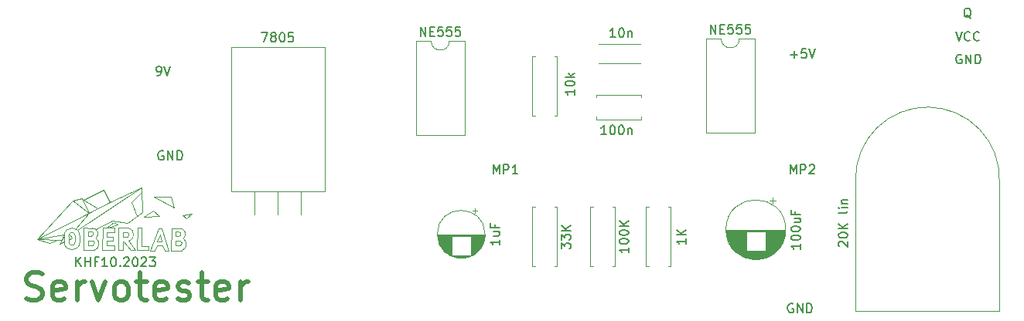
<source format=gbr>
%TF.GenerationSoftware,KiCad,Pcbnew,7.0.8*%
%TF.CreationDate,2024-09-13T08:40:35+02:00*%
%TF.ProjectId,Servotester,53657276-6f74-4657-9374-65722e6b6963,rev?*%
%TF.SameCoordinates,Original*%
%TF.FileFunction,Legend,Top*%
%TF.FilePolarity,Positive*%
%FSLAX46Y46*%
G04 Gerber Fmt 4.6, Leading zero omitted, Abs format (unit mm)*
G04 Created by KiCad (PCBNEW 7.0.8) date 2024-09-13 08:40:35*
%MOMM*%
%LPD*%
G01*
G04 APERTURE LIST*
%ADD10C,0.120000*%
%ADD11C,0.150000*%
%ADD12C,0.500000*%
%ADD13C,0.050000*%
G04 APERTURE END LIST*
D10*
X119126000Y-116078000D02*
X119121905Y-101600001D01*
X134873999Y-101853999D02*
G75*
G03*
X119121905Y-101600001I-7873999J253999D01*
G01*
X134873999Y-101853999D02*
X134874000Y-116078000D01*
X134874000Y-116078000D02*
X119126000Y-116078000D01*
D11*
X111974476Y-101038819D02*
X111974476Y-100038819D01*
X111974476Y-100038819D02*
X112307809Y-100753104D01*
X112307809Y-100753104D02*
X112641142Y-100038819D01*
X112641142Y-100038819D02*
X112641142Y-101038819D01*
X113117333Y-101038819D02*
X113117333Y-100038819D01*
X113117333Y-100038819D02*
X113498285Y-100038819D01*
X113498285Y-100038819D02*
X113593523Y-100086438D01*
X113593523Y-100086438D02*
X113641142Y-100134057D01*
X113641142Y-100134057D02*
X113688761Y-100229295D01*
X113688761Y-100229295D02*
X113688761Y-100372152D01*
X113688761Y-100372152D02*
X113641142Y-100467390D01*
X113641142Y-100467390D02*
X113593523Y-100515009D01*
X113593523Y-100515009D02*
X113498285Y-100562628D01*
X113498285Y-100562628D02*
X113117333Y-100562628D01*
X114069714Y-100134057D02*
X114117333Y-100086438D01*
X114117333Y-100086438D02*
X114212571Y-100038819D01*
X114212571Y-100038819D02*
X114450666Y-100038819D01*
X114450666Y-100038819D02*
X114545904Y-100086438D01*
X114545904Y-100086438D02*
X114593523Y-100134057D01*
X114593523Y-100134057D02*
X114641142Y-100229295D01*
X114641142Y-100229295D02*
X114641142Y-100324533D01*
X114641142Y-100324533D02*
X114593523Y-100467390D01*
X114593523Y-100467390D02*
X114022095Y-101038819D01*
X114022095Y-101038819D02*
X114641142Y-101038819D01*
X111998286Y-87957866D02*
X112760191Y-87957866D01*
X112379238Y-88338819D02*
X112379238Y-87576914D01*
X113712571Y-87338819D02*
X113236381Y-87338819D01*
X113236381Y-87338819D02*
X113188762Y-87815009D01*
X113188762Y-87815009D02*
X113236381Y-87767390D01*
X113236381Y-87767390D02*
X113331619Y-87719771D01*
X113331619Y-87719771D02*
X113569714Y-87719771D01*
X113569714Y-87719771D02*
X113664952Y-87767390D01*
X113664952Y-87767390D02*
X113712571Y-87815009D01*
X113712571Y-87815009D02*
X113760190Y-87910247D01*
X113760190Y-87910247D02*
X113760190Y-88148342D01*
X113760190Y-88148342D02*
X113712571Y-88243580D01*
X113712571Y-88243580D02*
X113664952Y-88291200D01*
X113664952Y-88291200D02*
X113569714Y-88338819D01*
X113569714Y-88338819D02*
X113331619Y-88338819D01*
X113331619Y-88338819D02*
X113236381Y-88291200D01*
X113236381Y-88291200D02*
X113188762Y-88243580D01*
X114045905Y-87338819D02*
X114379238Y-88338819D01*
X114379238Y-88338819D02*
X114712571Y-87338819D01*
X33790476Y-111198819D02*
X33790476Y-110198819D01*
X34361904Y-111198819D02*
X33933333Y-110627390D01*
X34361904Y-110198819D02*
X33790476Y-110770247D01*
X34790476Y-111198819D02*
X34790476Y-110198819D01*
X34790476Y-110675009D02*
X35361904Y-110675009D01*
X35361904Y-111198819D02*
X35361904Y-110198819D01*
X36171428Y-110675009D02*
X35838095Y-110675009D01*
X35838095Y-111198819D02*
X35838095Y-110198819D01*
X35838095Y-110198819D02*
X36314285Y-110198819D01*
X37219047Y-111198819D02*
X36647619Y-111198819D01*
X36933333Y-111198819D02*
X36933333Y-110198819D01*
X36933333Y-110198819D02*
X36838095Y-110341676D01*
X36838095Y-110341676D02*
X36742857Y-110436914D01*
X36742857Y-110436914D02*
X36647619Y-110484533D01*
X37838095Y-110198819D02*
X37933333Y-110198819D01*
X37933333Y-110198819D02*
X38028571Y-110246438D01*
X38028571Y-110246438D02*
X38076190Y-110294057D01*
X38076190Y-110294057D02*
X38123809Y-110389295D01*
X38123809Y-110389295D02*
X38171428Y-110579771D01*
X38171428Y-110579771D02*
X38171428Y-110817866D01*
X38171428Y-110817866D02*
X38123809Y-111008342D01*
X38123809Y-111008342D02*
X38076190Y-111103580D01*
X38076190Y-111103580D02*
X38028571Y-111151200D01*
X38028571Y-111151200D02*
X37933333Y-111198819D01*
X37933333Y-111198819D02*
X37838095Y-111198819D01*
X37838095Y-111198819D02*
X37742857Y-111151200D01*
X37742857Y-111151200D02*
X37695238Y-111103580D01*
X37695238Y-111103580D02*
X37647619Y-111008342D01*
X37647619Y-111008342D02*
X37600000Y-110817866D01*
X37600000Y-110817866D02*
X37600000Y-110579771D01*
X37600000Y-110579771D02*
X37647619Y-110389295D01*
X37647619Y-110389295D02*
X37695238Y-110294057D01*
X37695238Y-110294057D02*
X37742857Y-110246438D01*
X37742857Y-110246438D02*
X37838095Y-110198819D01*
X38600000Y-111103580D02*
X38647619Y-111151200D01*
X38647619Y-111151200D02*
X38600000Y-111198819D01*
X38600000Y-111198819D02*
X38552381Y-111151200D01*
X38552381Y-111151200D02*
X38600000Y-111103580D01*
X38600000Y-111103580D02*
X38600000Y-111198819D01*
X39028571Y-110294057D02*
X39076190Y-110246438D01*
X39076190Y-110246438D02*
X39171428Y-110198819D01*
X39171428Y-110198819D02*
X39409523Y-110198819D01*
X39409523Y-110198819D02*
X39504761Y-110246438D01*
X39504761Y-110246438D02*
X39552380Y-110294057D01*
X39552380Y-110294057D02*
X39599999Y-110389295D01*
X39599999Y-110389295D02*
X39599999Y-110484533D01*
X39599999Y-110484533D02*
X39552380Y-110627390D01*
X39552380Y-110627390D02*
X38980952Y-111198819D01*
X38980952Y-111198819D02*
X39599999Y-111198819D01*
X40219047Y-110198819D02*
X40314285Y-110198819D01*
X40314285Y-110198819D02*
X40409523Y-110246438D01*
X40409523Y-110246438D02*
X40457142Y-110294057D01*
X40457142Y-110294057D02*
X40504761Y-110389295D01*
X40504761Y-110389295D02*
X40552380Y-110579771D01*
X40552380Y-110579771D02*
X40552380Y-110817866D01*
X40552380Y-110817866D02*
X40504761Y-111008342D01*
X40504761Y-111008342D02*
X40457142Y-111103580D01*
X40457142Y-111103580D02*
X40409523Y-111151200D01*
X40409523Y-111151200D02*
X40314285Y-111198819D01*
X40314285Y-111198819D02*
X40219047Y-111198819D01*
X40219047Y-111198819D02*
X40123809Y-111151200D01*
X40123809Y-111151200D02*
X40076190Y-111103580D01*
X40076190Y-111103580D02*
X40028571Y-111008342D01*
X40028571Y-111008342D02*
X39980952Y-110817866D01*
X39980952Y-110817866D02*
X39980952Y-110579771D01*
X39980952Y-110579771D02*
X40028571Y-110389295D01*
X40028571Y-110389295D02*
X40076190Y-110294057D01*
X40076190Y-110294057D02*
X40123809Y-110246438D01*
X40123809Y-110246438D02*
X40219047Y-110198819D01*
X40933333Y-110294057D02*
X40980952Y-110246438D01*
X40980952Y-110246438D02*
X41076190Y-110198819D01*
X41076190Y-110198819D02*
X41314285Y-110198819D01*
X41314285Y-110198819D02*
X41409523Y-110246438D01*
X41409523Y-110246438D02*
X41457142Y-110294057D01*
X41457142Y-110294057D02*
X41504761Y-110389295D01*
X41504761Y-110389295D02*
X41504761Y-110484533D01*
X41504761Y-110484533D02*
X41457142Y-110627390D01*
X41457142Y-110627390D02*
X40885714Y-111198819D01*
X40885714Y-111198819D02*
X41504761Y-111198819D01*
X41838095Y-110198819D02*
X42457142Y-110198819D01*
X42457142Y-110198819D02*
X42123809Y-110579771D01*
X42123809Y-110579771D02*
X42266666Y-110579771D01*
X42266666Y-110579771D02*
X42361904Y-110627390D01*
X42361904Y-110627390D02*
X42409523Y-110675009D01*
X42409523Y-110675009D02*
X42457142Y-110770247D01*
X42457142Y-110770247D02*
X42457142Y-111008342D01*
X42457142Y-111008342D02*
X42409523Y-111103580D01*
X42409523Y-111103580D02*
X42361904Y-111151200D01*
X42361904Y-111151200D02*
X42266666Y-111198819D01*
X42266666Y-111198819D02*
X41980952Y-111198819D01*
X41980952Y-111198819D02*
X41885714Y-111151200D01*
X41885714Y-111151200D02*
X41838095Y-111103580D01*
D12*
X28385999Y-114757000D02*
X28814571Y-114899857D01*
X28814571Y-114899857D02*
X29528856Y-114899857D01*
X29528856Y-114899857D02*
X29814571Y-114757000D01*
X29814571Y-114757000D02*
X29957428Y-114614142D01*
X29957428Y-114614142D02*
X30100285Y-114328428D01*
X30100285Y-114328428D02*
X30100285Y-114042714D01*
X30100285Y-114042714D02*
X29957428Y-113757000D01*
X29957428Y-113757000D02*
X29814571Y-113614142D01*
X29814571Y-113614142D02*
X29528856Y-113471285D01*
X29528856Y-113471285D02*
X28957428Y-113328428D01*
X28957428Y-113328428D02*
X28671713Y-113185571D01*
X28671713Y-113185571D02*
X28528856Y-113042714D01*
X28528856Y-113042714D02*
X28385999Y-112757000D01*
X28385999Y-112757000D02*
X28385999Y-112471285D01*
X28385999Y-112471285D02*
X28528856Y-112185571D01*
X28528856Y-112185571D02*
X28671713Y-112042714D01*
X28671713Y-112042714D02*
X28957428Y-111899857D01*
X28957428Y-111899857D02*
X29671713Y-111899857D01*
X29671713Y-111899857D02*
X30100285Y-112042714D01*
X32528856Y-114757000D02*
X32243142Y-114899857D01*
X32243142Y-114899857D02*
X31671714Y-114899857D01*
X31671714Y-114899857D02*
X31385999Y-114757000D01*
X31385999Y-114757000D02*
X31243142Y-114471285D01*
X31243142Y-114471285D02*
X31243142Y-113328428D01*
X31243142Y-113328428D02*
X31385999Y-113042714D01*
X31385999Y-113042714D02*
X31671714Y-112899857D01*
X31671714Y-112899857D02*
X32243142Y-112899857D01*
X32243142Y-112899857D02*
X32528856Y-113042714D01*
X32528856Y-113042714D02*
X32671714Y-113328428D01*
X32671714Y-113328428D02*
X32671714Y-113614142D01*
X32671714Y-113614142D02*
X31243142Y-113899857D01*
X33957428Y-114899857D02*
X33957428Y-112899857D01*
X33957428Y-113471285D02*
X34100285Y-113185571D01*
X34100285Y-113185571D02*
X34243143Y-113042714D01*
X34243143Y-113042714D02*
X34528857Y-112899857D01*
X34528857Y-112899857D02*
X34814571Y-112899857D01*
X35528857Y-112899857D02*
X36243143Y-114899857D01*
X36243143Y-114899857D02*
X36957428Y-112899857D01*
X38528857Y-114899857D02*
X38243142Y-114757000D01*
X38243142Y-114757000D02*
X38100285Y-114614142D01*
X38100285Y-114614142D02*
X37957428Y-114328428D01*
X37957428Y-114328428D02*
X37957428Y-113471285D01*
X37957428Y-113471285D02*
X38100285Y-113185571D01*
X38100285Y-113185571D02*
X38243142Y-113042714D01*
X38243142Y-113042714D02*
X38528857Y-112899857D01*
X38528857Y-112899857D02*
X38957428Y-112899857D01*
X38957428Y-112899857D02*
X39243142Y-113042714D01*
X39243142Y-113042714D02*
X39386000Y-113185571D01*
X39386000Y-113185571D02*
X39528857Y-113471285D01*
X39528857Y-113471285D02*
X39528857Y-114328428D01*
X39528857Y-114328428D02*
X39386000Y-114614142D01*
X39386000Y-114614142D02*
X39243142Y-114757000D01*
X39243142Y-114757000D02*
X38957428Y-114899857D01*
X38957428Y-114899857D02*
X38528857Y-114899857D01*
X40386000Y-112899857D02*
X41528857Y-112899857D01*
X40814571Y-111899857D02*
X40814571Y-114471285D01*
X40814571Y-114471285D02*
X40957428Y-114757000D01*
X40957428Y-114757000D02*
X41243143Y-114899857D01*
X41243143Y-114899857D02*
X41528857Y-114899857D01*
X43671714Y-114757000D02*
X43386000Y-114899857D01*
X43386000Y-114899857D02*
X42814572Y-114899857D01*
X42814572Y-114899857D02*
X42528857Y-114757000D01*
X42528857Y-114757000D02*
X42386000Y-114471285D01*
X42386000Y-114471285D02*
X42386000Y-113328428D01*
X42386000Y-113328428D02*
X42528857Y-113042714D01*
X42528857Y-113042714D02*
X42814572Y-112899857D01*
X42814572Y-112899857D02*
X43386000Y-112899857D01*
X43386000Y-112899857D02*
X43671714Y-113042714D01*
X43671714Y-113042714D02*
X43814572Y-113328428D01*
X43814572Y-113328428D02*
X43814572Y-113614142D01*
X43814572Y-113614142D02*
X42386000Y-113899857D01*
X44957429Y-114757000D02*
X45243143Y-114899857D01*
X45243143Y-114899857D02*
X45814572Y-114899857D01*
X45814572Y-114899857D02*
X46100286Y-114757000D01*
X46100286Y-114757000D02*
X46243143Y-114471285D01*
X46243143Y-114471285D02*
X46243143Y-114328428D01*
X46243143Y-114328428D02*
X46100286Y-114042714D01*
X46100286Y-114042714D02*
X45814572Y-113899857D01*
X45814572Y-113899857D02*
X45386001Y-113899857D01*
X45386001Y-113899857D02*
X45100286Y-113757000D01*
X45100286Y-113757000D02*
X44957429Y-113471285D01*
X44957429Y-113471285D02*
X44957429Y-113328428D01*
X44957429Y-113328428D02*
X45100286Y-113042714D01*
X45100286Y-113042714D02*
X45386001Y-112899857D01*
X45386001Y-112899857D02*
X45814572Y-112899857D01*
X45814572Y-112899857D02*
X46100286Y-113042714D01*
X47100286Y-112899857D02*
X48243143Y-112899857D01*
X47528857Y-111899857D02*
X47528857Y-114471285D01*
X47528857Y-114471285D02*
X47671714Y-114757000D01*
X47671714Y-114757000D02*
X47957429Y-114899857D01*
X47957429Y-114899857D02*
X48243143Y-114899857D01*
X50386000Y-114757000D02*
X50100286Y-114899857D01*
X50100286Y-114899857D02*
X49528858Y-114899857D01*
X49528858Y-114899857D02*
X49243143Y-114757000D01*
X49243143Y-114757000D02*
X49100286Y-114471285D01*
X49100286Y-114471285D02*
X49100286Y-113328428D01*
X49100286Y-113328428D02*
X49243143Y-113042714D01*
X49243143Y-113042714D02*
X49528858Y-112899857D01*
X49528858Y-112899857D02*
X50100286Y-112899857D01*
X50100286Y-112899857D02*
X50386000Y-113042714D01*
X50386000Y-113042714D02*
X50528858Y-113328428D01*
X50528858Y-113328428D02*
X50528858Y-113614142D01*
X50528858Y-113614142D02*
X49100286Y-113899857D01*
X51814572Y-114899857D02*
X51814572Y-112899857D01*
X51814572Y-113471285D02*
X51957429Y-113185571D01*
X51957429Y-113185571D02*
X52100287Y-113042714D01*
X52100287Y-113042714D02*
X52386001Y-112899857D01*
X52386001Y-112899857D02*
X52671715Y-112899857D01*
D11*
X112268095Y-115326438D02*
X112172857Y-115278819D01*
X112172857Y-115278819D02*
X112030000Y-115278819D01*
X112030000Y-115278819D02*
X111887143Y-115326438D01*
X111887143Y-115326438D02*
X111791905Y-115421676D01*
X111791905Y-115421676D02*
X111744286Y-115516914D01*
X111744286Y-115516914D02*
X111696667Y-115707390D01*
X111696667Y-115707390D02*
X111696667Y-115850247D01*
X111696667Y-115850247D02*
X111744286Y-116040723D01*
X111744286Y-116040723D02*
X111791905Y-116135961D01*
X111791905Y-116135961D02*
X111887143Y-116231200D01*
X111887143Y-116231200D02*
X112030000Y-116278819D01*
X112030000Y-116278819D02*
X112125238Y-116278819D01*
X112125238Y-116278819D02*
X112268095Y-116231200D01*
X112268095Y-116231200D02*
X112315714Y-116183580D01*
X112315714Y-116183580D02*
X112315714Y-115850247D01*
X112315714Y-115850247D02*
X112125238Y-115850247D01*
X112744286Y-116278819D02*
X112744286Y-115278819D01*
X112744286Y-115278819D02*
X113315714Y-116278819D01*
X113315714Y-116278819D02*
X113315714Y-115278819D01*
X113791905Y-116278819D02*
X113791905Y-115278819D01*
X113791905Y-115278819D02*
X114030000Y-115278819D01*
X114030000Y-115278819D02*
X114172857Y-115326438D01*
X114172857Y-115326438D02*
X114268095Y-115421676D01*
X114268095Y-115421676D02*
X114315714Y-115516914D01*
X114315714Y-115516914D02*
X114363333Y-115707390D01*
X114363333Y-115707390D02*
X114363333Y-115850247D01*
X114363333Y-115850247D02*
X114315714Y-116040723D01*
X114315714Y-116040723D02*
X114268095Y-116135961D01*
X114268095Y-116135961D02*
X114172857Y-116231200D01*
X114172857Y-116231200D02*
X114030000Y-116278819D01*
X114030000Y-116278819D02*
X113791905Y-116278819D01*
X79462476Y-101038819D02*
X79462476Y-100038819D01*
X79462476Y-100038819D02*
X79795809Y-100753104D01*
X79795809Y-100753104D02*
X80129142Y-100038819D01*
X80129142Y-100038819D02*
X80129142Y-101038819D01*
X80605333Y-101038819D02*
X80605333Y-100038819D01*
X80605333Y-100038819D02*
X80986285Y-100038819D01*
X80986285Y-100038819D02*
X81081523Y-100086438D01*
X81081523Y-100086438D02*
X81129142Y-100134057D01*
X81129142Y-100134057D02*
X81176761Y-100229295D01*
X81176761Y-100229295D02*
X81176761Y-100372152D01*
X81176761Y-100372152D02*
X81129142Y-100467390D01*
X81129142Y-100467390D02*
X81081523Y-100515009D01*
X81081523Y-100515009D02*
X80986285Y-100562628D01*
X80986285Y-100562628D02*
X80605333Y-100562628D01*
X82129142Y-101038819D02*
X81557714Y-101038819D01*
X81843428Y-101038819D02*
X81843428Y-100038819D01*
X81843428Y-100038819D02*
X81748190Y-100181676D01*
X81748190Y-100181676D02*
X81652952Y-100276914D01*
X81652952Y-100276914D02*
X81557714Y-100324533D01*
X92829142Y-86052819D02*
X92257714Y-86052819D01*
X92543428Y-86052819D02*
X92543428Y-85052819D01*
X92543428Y-85052819D02*
X92448190Y-85195676D01*
X92448190Y-85195676D02*
X92352952Y-85290914D01*
X92352952Y-85290914D02*
X92257714Y-85338533D01*
X93448190Y-85052819D02*
X93543428Y-85052819D01*
X93543428Y-85052819D02*
X93638666Y-85100438D01*
X93638666Y-85100438D02*
X93686285Y-85148057D01*
X93686285Y-85148057D02*
X93733904Y-85243295D01*
X93733904Y-85243295D02*
X93781523Y-85433771D01*
X93781523Y-85433771D02*
X93781523Y-85671866D01*
X93781523Y-85671866D02*
X93733904Y-85862342D01*
X93733904Y-85862342D02*
X93686285Y-85957580D01*
X93686285Y-85957580D02*
X93638666Y-86005200D01*
X93638666Y-86005200D02*
X93543428Y-86052819D01*
X93543428Y-86052819D02*
X93448190Y-86052819D01*
X93448190Y-86052819D02*
X93352952Y-86005200D01*
X93352952Y-86005200D02*
X93305333Y-85957580D01*
X93305333Y-85957580D02*
X93257714Y-85862342D01*
X93257714Y-85862342D02*
X93210095Y-85671866D01*
X93210095Y-85671866D02*
X93210095Y-85433771D01*
X93210095Y-85433771D02*
X93257714Y-85243295D01*
X93257714Y-85243295D02*
X93305333Y-85148057D01*
X93305333Y-85148057D02*
X93352952Y-85100438D01*
X93352952Y-85100438D02*
X93448190Y-85052819D01*
X94210095Y-85386152D02*
X94210095Y-86052819D01*
X94210095Y-85481390D02*
X94257714Y-85433771D01*
X94257714Y-85433771D02*
X94352952Y-85386152D01*
X94352952Y-85386152D02*
X94495809Y-85386152D01*
X94495809Y-85386152D02*
X94591047Y-85433771D01*
X94591047Y-85433771D02*
X94638666Y-85529009D01*
X94638666Y-85529009D02*
X94638666Y-86052819D01*
X88338819Y-91781238D02*
X88338819Y-92352666D01*
X88338819Y-92066952D02*
X87338819Y-92066952D01*
X87338819Y-92066952D02*
X87481676Y-92162190D01*
X87481676Y-92162190D02*
X87576914Y-92257428D01*
X87576914Y-92257428D02*
X87624533Y-92352666D01*
X87338819Y-91162190D02*
X87338819Y-91066952D01*
X87338819Y-91066952D02*
X87386438Y-90971714D01*
X87386438Y-90971714D02*
X87434057Y-90924095D01*
X87434057Y-90924095D02*
X87529295Y-90876476D01*
X87529295Y-90876476D02*
X87719771Y-90828857D01*
X87719771Y-90828857D02*
X87957866Y-90828857D01*
X87957866Y-90828857D02*
X88148342Y-90876476D01*
X88148342Y-90876476D02*
X88243580Y-90924095D01*
X88243580Y-90924095D02*
X88291200Y-90971714D01*
X88291200Y-90971714D02*
X88338819Y-91066952D01*
X88338819Y-91066952D02*
X88338819Y-91162190D01*
X88338819Y-91162190D02*
X88291200Y-91257428D01*
X88291200Y-91257428D02*
X88243580Y-91305047D01*
X88243580Y-91305047D02*
X88148342Y-91352666D01*
X88148342Y-91352666D02*
X87957866Y-91400285D01*
X87957866Y-91400285D02*
X87719771Y-91400285D01*
X87719771Y-91400285D02*
X87529295Y-91352666D01*
X87529295Y-91352666D02*
X87434057Y-91305047D01*
X87434057Y-91305047D02*
X87386438Y-91257428D01*
X87386438Y-91257428D02*
X87338819Y-91162190D01*
X88338819Y-90400285D02*
X87338819Y-90400285D01*
X87957866Y-90305047D02*
X88338819Y-90019333D01*
X87672152Y-90019333D02*
X88053104Y-90400285D01*
X86914819Y-109259523D02*
X86914819Y-108640476D01*
X86914819Y-108640476D02*
X87295771Y-108973809D01*
X87295771Y-108973809D02*
X87295771Y-108830952D01*
X87295771Y-108830952D02*
X87343390Y-108735714D01*
X87343390Y-108735714D02*
X87391009Y-108688095D01*
X87391009Y-108688095D02*
X87486247Y-108640476D01*
X87486247Y-108640476D02*
X87724342Y-108640476D01*
X87724342Y-108640476D02*
X87819580Y-108688095D01*
X87819580Y-108688095D02*
X87867200Y-108735714D01*
X87867200Y-108735714D02*
X87914819Y-108830952D01*
X87914819Y-108830952D02*
X87914819Y-109116666D01*
X87914819Y-109116666D02*
X87867200Y-109211904D01*
X87867200Y-109211904D02*
X87819580Y-109259523D01*
X86914819Y-108307142D02*
X86914819Y-107688095D01*
X86914819Y-107688095D02*
X87295771Y-108021428D01*
X87295771Y-108021428D02*
X87295771Y-107878571D01*
X87295771Y-107878571D02*
X87343390Y-107783333D01*
X87343390Y-107783333D02*
X87391009Y-107735714D01*
X87391009Y-107735714D02*
X87486247Y-107688095D01*
X87486247Y-107688095D02*
X87724342Y-107688095D01*
X87724342Y-107688095D02*
X87819580Y-107735714D01*
X87819580Y-107735714D02*
X87867200Y-107783333D01*
X87867200Y-107783333D02*
X87914819Y-107878571D01*
X87914819Y-107878571D02*
X87914819Y-108164285D01*
X87914819Y-108164285D02*
X87867200Y-108259523D01*
X87867200Y-108259523D02*
X87819580Y-108307142D01*
X87914819Y-107259523D02*
X86914819Y-107259523D01*
X87914819Y-106688095D02*
X87343390Y-107116666D01*
X86914819Y-106688095D02*
X87486247Y-107259523D01*
X94264819Y-109116666D02*
X94264819Y-109688094D01*
X94264819Y-109402380D02*
X93264819Y-109402380D01*
X93264819Y-109402380D02*
X93407676Y-109497618D01*
X93407676Y-109497618D02*
X93502914Y-109592856D01*
X93502914Y-109592856D02*
X93550533Y-109688094D01*
X93264819Y-108497618D02*
X93264819Y-108402380D01*
X93264819Y-108402380D02*
X93312438Y-108307142D01*
X93312438Y-108307142D02*
X93360057Y-108259523D01*
X93360057Y-108259523D02*
X93455295Y-108211904D01*
X93455295Y-108211904D02*
X93645771Y-108164285D01*
X93645771Y-108164285D02*
X93883866Y-108164285D01*
X93883866Y-108164285D02*
X94074342Y-108211904D01*
X94074342Y-108211904D02*
X94169580Y-108259523D01*
X94169580Y-108259523D02*
X94217200Y-108307142D01*
X94217200Y-108307142D02*
X94264819Y-108402380D01*
X94264819Y-108402380D02*
X94264819Y-108497618D01*
X94264819Y-108497618D02*
X94217200Y-108592856D01*
X94217200Y-108592856D02*
X94169580Y-108640475D01*
X94169580Y-108640475D02*
X94074342Y-108688094D01*
X94074342Y-108688094D02*
X93883866Y-108735713D01*
X93883866Y-108735713D02*
X93645771Y-108735713D01*
X93645771Y-108735713D02*
X93455295Y-108688094D01*
X93455295Y-108688094D02*
X93360057Y-108640475D01*
X93360057Y-108640475D02*
X93312438Y-108592856D01*
X93312438Y-108592856D02*
X93264819Y-108497618D01*
X93264819Y-107545237D02*
X93264819Y-107449999D01*
X93264819Y-107449999D02*
X93312438Y-107354761D01*
X93312438Y-107354761D02*
X93360057Y-107307142D01*
X93360057Y-107307142D02*
X93455295Y-107259523D01*
X93455295Y-107259523D02*
X93645771Y-107211904D01*
X93645771Y-107211904D02*
X93883866Y-107211904D01*
X93883866Y-107211904D02*
X94074342Y-107259523D01*
X94074342Y-107259523D02*
X94169580Y-107307142D01*
X94169580Y-107307142D02*
X94217200Y-107354761D01*
X94217200Y-107354761D02*
X94264819Y-107449999D01*
X94264819Y-107449999D02*
X94264819Y-107545237D01*
X94264819Y-107545237D02*
X94217200Y-107640475D01*
X94217200Y-107640475D02*
X94169580Y-107688094D01*
X94169580Y-107688094D02*
X94074342Y-107735713D01*
X94074342Y-107735713D02*
X93883866Y-107783332D01*
X93883866Y-107783332D02*
X93645771Y-107783332D01*
X93645771Y-107783332D02*
X93455295Y-107735713D01*
X93455295Y-107735713D02*
X93360057Y-107688094D01*
X93360057Y-107688094D02*
X93312438Y-107640475D01*
X93312438Y-107640475D02*
X93264819Y-107545237D01*
X94264819Y-106783332D02*
X93264819Y-106783332D01*
X94264819Y-106211904D02*
X93693390Y-106640475D01*
X93264819Y-106211904D02*
X93836247Y-106783332D01*
X100530819Y-108164285D02*
X100530819Y-108735713D01*
X100530819Y-108449999D02*
X99530819Y-108449999D01*
X99530819Y-108449999D02*
X99673676Y-108545237D01*
X99673676Y-108545237D02*
X99768914Y-108640475D01*
X99768914Y-108640475D02*
X99816533Y-108735713D01*
X100530819Y-107735713D02*
X99530819Y-107735713D01*
X100530819Y-107164285D02*
X99959390Y-107592856D01*
X99530819Y-107164285D02*
X100102247Y-107735713D01*
X71493333Y-85932619D02*
X71493333Y-84932619D01*
X71493333Y-84932619D02*
X72064761Y-85932619D01*
X72064761Y-85932619D02*
X72064761Y-84932619D01*
X72540952Y-85408809D02*
X72874285Y-85408809D01*
X73017142Y-85932619D02*
X72540952Y-85932619D01*
X72540952Y-85932619D02*
X72540952Y-84932619D01*
X72540952Y-84932619D02*
X73017142Y-84932619D01*
X73921904Y-84932619D02*
X73445714Y-84932619D01*
X73445714Y-84932619D02*
X73398095Y-85408809D01*
X73398095Y-85408809D02*
X73445714Y-85361190D01*
X73445714Y-85361190D02*
X73540952Y-85313571D01*
X73540952Y-85313571D02*
X73779047Y-85313571D01*
X73779047Y-85313571D02*
X73874285Y-85361190D01*
X73874285Y-85361190D02*
X73921904Y-85408809D01*
X73921904Y-85408809D02*
X73969523Y-85504047D01*
X73969523Y-85504047D02*
X73969523Y-85742142D01*
X73969523Y-85742142D02*
X73921904Y-85837380D01*
X73921904Y-85837380D02*
X73874285Y-85885000D01*
X73874285Y-85885000D02*
X73779047Y-85932619D01*
X73779047Y-85932619D02*
X73540952Y-85932619D01*
X73540952Y-85932619D02*
X73445714Y-85885000D01*
X73445714Y-85885000D02*
X73398095Y-85837380D01*
X74874285Y-84932619D02*
X74398095Y-84932619D01*
X74398095Y-84932619D02*
X74350476Y-85408809D01*
X74350476Y-85408809D02*
X74398095Y-85361190D01*
X74398095Y-85361190D02*
X74493333Y-85313571D01*
X74493333Y-85313571D02*
X74731428Y-85313571D01*
X74731428Y-85313571D02*
X74826666Y-85361190D01*
X74826666Y-85361190D02*
X74874285Y-85408809D01*
X74874285Y-85408809D02*
X74921904Y-85504047D01*
X74921904Y-85504047D02*
X74921904Y-85742142D01*
X74921904Y-85742142D02*
X74874285Y-85837380D01*
X74874285Y-85837380D02*
X74826666Y-85885000D01*
X74826666Y-85885000D02*
X74731428Y-85932619D01*
X74731428Y-85932619D02*
X74493333Y-85932619D01*
X74493333Y-85932619D02*
X74398095Y-85885000D01*
X74398095Y-85885000D02*
X74350476Y-85837380D01*
X75826666Y-84932619D02*
X75350476Y-84932619D01*
X75350476Y-84932619D02*
X75302857Y-85408809D01*
X75302857Y-85408809D02*
X75350476Y-85361190D01*
X75350476Y-85361190D02*
X75445714Y-85313571D01*
X75445714Y-85313571D02*
X75683809Y-85313571D01*
X75683809Y-85313571D02*
X75779047Y-85361190D01*
X75779047Y-85361190D02*
X75826666Y-85408809D01*
X75826666Y-85408809D02*
X75874285Y-85504047D01*
X75874285Y-85504047D02*
X75874285Y-85742142D01*
X75874285Y-85742142D02*
X75826666Y-85837380D01*
X75826666Y-85837380D02*
X75779047Y-85885000D01*
X75779047Y-85885000D02*
X75683809Y-85932619D01*
X75683809Y-85932619D02*
X75445714Y-85932619D01*
X75445714Y-85932619D02*
X75350476Y-85885000D01*
X75350476Y-85885000D02*
X75302857Y-85837380D01*
X103243333Y-85678619D02*
X103243333Y-84678619D01*
X103243333Y-84678619D02*
X103814761Y-85678619D01*
X103814761Y-85678619D02*
X103814761Y-84678619D01*
X104290952Y-85154809D02*
X104624285Y-85154809D01*
X104767142Y-85678619D02*
X104290952Y-85678619D01*
X104290952Y-85678619D02*
X104290952Y-84678619D01*
X104290952Y-84678619D02*
X104767142Y-84678619D01*
X105671904Y-84678619D02*
X105195714Y-84678619D01*
X105195714Y-84678619D02*
X105148095Y-85154809D01*
X105148095Y-85154809D02*
X105195714Y-85107190D01*
X105195714Y-85107190D02*
X105290952Y-85059571D01*
X105290952Y-85059571D02*
X105529047Y-85059571D01*
X105529047Y-85059571D02*
X105624285Y-85107190D01*
X105624285Y-85107190D02*
X105671904Y-85154809D01*
X105671904Y-85154809D02*
X105719523Y-85250047D01*
X105719523Y-85250047D02*
X105719523Y-85488142D01*
X105719523Y-85488142D02*
X105671904Y-85583380D01*
X105671904Y-85583380D02*
X105624285Y-85631000D01*
X105624285Y-85631000D02*
X105529047Y-85678619D01*
X105529047Y-85678619D02*
X105290952Y-85678619D01*
X105290952Y-85678619D02*
X105195714Y-85631000D01*
X105195714Y-85631000D02*
X105148095Y-85583380D01*
X106624285Y-84678619D02*
X106148095Y-84678619D01*
X106148095Y-84678619D02*
X106100476Y-85154809D01*
X106100476Y-85154809D02*
X106148095Y-85107190D01*
X106148095Y-85107190D02*
X106243333Y-85059571D01*
X106243333Y-85059571D02*
X106481428Y-85059571D01*
X106481428Y-85059571D02*
X106576666Y-85107190D01*
X106576666Y-85107190D02*
X106624285Y-85154809D01*
X106624285Y-85154809D02*
X106671904Y-85250047D01*
X106671904Y-85250047D02*
X106671904Y-85488142D01*
X106671904Y-85488142D02*
X106624285Y-85583380D01*
X106624285Y-85583380D02*
X106576666Y-85631000D01*
X106576666Y-85631000D02*
X106481428Y-85678619D01*
X106481428Y-85678619D02*
X106243333Y-85678619D01*
X106243333Y-85678619D02*
X106148095Y-85631000D01*
X106148095Y-85631000D02*
X106100476Y-85583380D01*
X107576666Y-84678619D02*
X107100476Y-84678619D01*
X107100476Y-84678619D02*
X107052857Y-85154809D01*
X107052857Y-85154809D02*
X107100476Y-85107190D01*
X107100476Y-85107190D02*
X107195714Y-85059571D01*
X107195714Y-85059571D02*
X107433809Y-85059571D01*
X107433809Y-85059571D02*
X107529047Y-85107190D01*
X107529047Y-85107190D02*
X107576666Y-85154809D01*
X107576666Y-85154809D02*
X107624285Y-85250047D01*
X107624285Y-85250047D02*
X107624285Y-85488142D01*
X107624285Y-85488142D02*
X107576666Y-85583380D01*
X107576666Y-85583380D02*
X107529047Y-85631000D01*
X107529047Y-85631000D02*
X107433809Y-85678619D01*
X107433809Y-85678619D02*
X107195714Y-85678619D01*
X107195714Y-85678619D02*
X107100476Y-85631000D01*
X107100476Y-85631000D02*
X107052857Y-85583380D01*
X130086267Y-85459219D02*
X130419600Y-86459219D01*
X130419600Y-86459219D02*
X130752933Y-85459219D01*
X131657695Y-86363980D02*
X131610076Y-86411600D01*
X131610076Y-86411600D02*
X131467219Y-86459219D01*
X131467219Y-86459219D02*
X131371981Y-86459219D01*
X131371981Y-86459219D02*
X131229124Y-86411600D01*
X131229124Y-86411600D02*
X131133886Y-86316361D01*
X131133886Y-86316361D02*
X131086267Y-86221123D01*
X131086267Y-86221123D02*
X131038648Y-86030647D01*
X131038648Y-86030647D02*
X131038648Y-85887790D01*
X131038648Y-85887790D02*
X131086267Y-85697314D01*
X131086267Y-85697314D02*
X131133886Y-85602076D01*
X131133886Y-85602076D02*
X131229124Y-85506838D01*
X131229124Y-85506838D02*
X131371981Y-85459219D01*
X131371981Y-85459219D02*
X131467219Y-85459219D01*
X131467219Y-85459219D02*
X131610076Y-85506838D01*
X131610076Y-85506838D02*
X131657695Y-85554457D01*
X132657695Y-86363980D02*
X132610076Y-86411600D01*
X132610076Y-86411600D02*
X132467219Y-86459219D01*
X132467219Y-86459219D02*
X132371981Y-86459219D01*
X132371981Y-86459219D02*
X132229124Y-86411600D01*
X132229124Y-86411600D02*
X132133886Y-86316361D01*
X132133886Y-86316361D02*
X132086267Y-86221123D01*
X132086267Y-86221123D02*
X132038648Y-86030647D01*
X132038648Y-86030647D02*
X132038648Y-85887790D01*
X132038648Y-85887790D02*
X132086267Y-85697314D01*
X132086267Y-85697314D02*
X132133886Y-85602076D01*
X132133886Y-85602076D02*
X132229124Y-85506838D01*
X132229124Y-85506838D02*
X132371981Y-85459219D01*
X132371981Y-85459219D02*
X132467219Y-85459219D01*
X132467219Y-85459219D02*
X132610076Y-85506838D01*
X132610076Y-85506838D02*
X132657695Y-85554457D01*
X131749752Y-83963657D02*
X131654514Y-83916038D01*
X131654514Y-83916038D02*
X131559276Y-83820800D01*
X131559276Y-83820800D02*
X131416419Y-83677942D01*
X131416419Y-83677942D02*
X131321181Y-83630323D01*
X131321181Y-83630323D02*
X131225943Y-83630323D01*
X131273562Y-83868419D02*
X131178324Y-83820800D01*
X131178324Y-83820800D02*
X131083086Y-83725561D01*
X131083086Y-83725561D02*
X131035467Y-83535085D01*
X131035467Y-83535085D02*
X131035467Y-83201752D01*
X131035467Y-83201752D02*
X131083086Y-83011276D01*
X131083086Y-83011276D02*
X131178324Y-82916038D01*
X131178324Y-82916038D02*
X131273562Y-82868419D01*
X131273562Y-82868419D02*
X131464038Y-82868419D01*
X131464038Y-82868419D02*
X131559276Y-82916038D01*
X131559276Y-82916038D02*
X131654514Y-83011276D01*
X131654514Y-83011276D02*
X131702133Y-83201752D01*
X131702133Y-83201752D02*
X131702133Y-83535085D01*
X131702133Y-83535085D02*
X131654514Y-83725561D01*
X131654514Y-83725561D02*
X131559276Y-83820800D01*
X131559276Y-83820800D02*
X131464038Y-83868419D01*
X131464038Y-83868419D02*
X131273562Y-83868419D01*
X43332495Y-98562438D02*
X43237257Y-98514819D01*
X43237257Y-98514819D02*
X43094400Y-98514819D01*
X43094400Y-98514819D02*
X42951543Y-98562438D01*
X42951543Y-98562438D02*
X42856305Y-98657676D01*
X42856305Y-98657676D02*
X42808686Y-98752914D01*
X42808686Y-98752914D02*
X42761067Y-98943390D01*
X42761067Y-98943390D02*
X42761067Y-99086247D01*
X42761067Y-99086247D02*
X42808686Y-99276723D01*
X42808686Y-99276723D02*
X42856305Y-99371961D01*
X42856305Y-99371961D02*
X42951543Y-99467200D01*
X42951543Y-99467200D02*
X43094400Y-99514819D01*
X43094400Y-99514819D02*
X43189638Y-99514819D01*
X43189638Y-99514819D02*
X43332495Y-99467200D01*
X43332495Y-99467200D02*
X43380114Y-99419580D01*
X43380114Y-99419580D02*
X43380114Y-99086247D01*
X43380114Y-99086247D02*
X43189638Y-99086247D01*
X43808686Y-99514819D02*
X43808686Y-98514819D01*
X43808686Y-98514819D02*
X44380114Y-99514819D01*
X44380114Y-99514819D02*
X44380114Y-98514819D01*
X44856305Y-99514819D02*
X44856305Y-98514819D01*
X44856305Y-98514819D02*
X45094400Y-98514819D01*
X45094400Y-98514819D02*
X45237257Y-98562438D01*
X45237257Y-98562438D02*
X45332495Y-98657676D01*
X45332495Y-98657676D02*
X45380114Y-98752914D01*
X45380114Y-98752914D02*
X45427733Y-98943390D01*
X45427733Y-98943390D02*
X45427733Y-99086247D01*
X45427733Y-99086247D02*
X45380114Y-99276723D01*
X45380114Y-99276723D02*
X45332495Y-99371961D01*
X45332495Y-99371961D02*
X45237257Y-99467200D01*
X45237257Y-99467200D02*
X45094400Y-99514819D01*
X45094400Y-99514819D02*
X44856305Y-99514819D01*
X54118095Y-85554819D02*
X54784761Y-85554819D01*
X54784761Y-85554819D02*
X54356190Y-86554819D01*
X55308571Y-85983390D02*
X55213333Y-85935771D01*
X55213333Y-85935771D02*
X55165714Y-85888152D01*
X55165714Y-85888152D02*
X55118095Y-85792914D01*
X55118095Y-85792914D02*
X55118095Y-85745295D01*
X55118095Y-85745295D02*
X55165714Y-85650057D01*
X55165714Y-85650057D02*
X55213333Y-85602438D01*
X55213333Y-85602438D02*
X55308571Y-85554819D01*
X55308571Y-85554819D02*
X55499047Y-85554819D01*
X55499047Y-85554819D02*
X55594285Y-85602438D01*
X55594285Y-85602438D02*
X55641904Y-85650057D01*
X55641904Y-85650057D02*
X55689523Y-85745295D01*
X55689523Y-85745295D02*
X55689523Y-85792914D01*
X55689523Y-85792914D02*
X55641904Y-85888152D01*
X55641904Y-85888152D02*
X55594285Y-85935771D01*
X55594285Y-85935771D02*
X55499047Y-85983390D01*
X55499047Y-85983390D02*
X55308571Y-85983390D01*
X55308571Y-85983390D02*
X55213333Y-86031009D01*
X55213333Y-86031009D02*
X55165714Y-86078628D01*
X55165714Y-86078628D02*
X55118095Y-86173866D01*
X55118095Y-86173866D02*
X55118095Y-86364342D01*
X55118095Y-86364342D02*
X55165714Y-86459580D01*
X55165714Y-86459580D02*
X55213333Y-86507200D01*
X55213333Y-86507200D02*
X55308571Y-86554819D01*
X55308571Y-86554819D02*
X55499047Y-86554819D01*
X55499047Y-86554819D02*
X55594285Y-86507200D01*
X55594285Y-86507200D02*
X55641904Y-86459580D01*
X55641904Y-86459580D02*
X55689523Y-86364342D01*
X55689523Y-86364342D02*
X55689523Y-86173866D01*
X55689523Y-86173866D02*
X55641904Y-86078628D01*
X55641904Y-86078628D02*
X55594285Y-86031009D01*
X55594285Y-86031009D02*
X55499047Y-85983390D01*
X56308571Y-85554819D02*
X56403809Y-85554819D01*
X56403809Y-85554819D02*
X56499047Y-85602438D01*
X56499047Y-85602438D02*
X56546666Y-85650057D01*
X56546666Y-85650057D02*
X56594285Y-85745295D01*
X56594285Y-85745295D02*
X56641904Y-85935771D01*
X56641904Y-85935771D02*
X56641904Y-86173866D01*
X56641904Y-86173866D02*
X56594285Y-86364342D01*
X56594285Y-86364342D02*
X56546666Y-86459580D01*
X56546666Y-86459580D02*
X56499047Y-86507200D01*
X56499047Y-86507200D02*
X56403809Y-86554819D01*
X56403809Y-86554819D02*
X56308571Y-86554819D01*
X56308571Y-86554819D02*
X56213333Y-86507200D01*
X56213333Y-86507200D02*
X56165714Y-86459580D01*
X56165714Y-86459580D02*
X56118095Y-86364342D01*
X56118095Y-86364342D02*
X56070476Y-86173866D01*
X56070476Y-86173866D02*
X56070476Y-85935771D01*
X56070476Y-85935771D02*
X56118095Y-85745295D01*
X56118095Y-85745295D02*
X56165714Y-85650057D01*
X56165714Y-85650057D02*
X56213333Y-85602438D01*
X56213333Y-85602438D02*
X56308571Y-85554819D01*
X57546666Y-85554819D02*
X57070476Y-85554819D01*
X57070476Y-85554819D02*
X57022857Y-86031009D01*
X57022857Y-86031009D02*
X57070476Y-85983390D01*
X57070476Y-85983390D02*
X57165714Y-85935771D01*
X57165714Y-85935771D02*
X57403809Y-85935771D01*
X57403809Y-85935771D02*
X57499047Y-85983390D01*
X57499047Y-85983390D02*
X57546666Y-86031009D01*
X57546666Y-86031009D02*
X57594285Y-86126247D01*
X57594285Y-86126247D02*
X57594285Y-86364342D01*
X57594285Y-86364342D02*
X57546666Y-86459580D01*
X57546666Y-86459580D02*
X57499047Y-86507200D01*
X57499047Y-86507200D02*
X57403809Y-86554819D01*
X57403809Y-86554819D02*
X57165714Y-86554819D01*
X57165714Y-86554819D02*
X57070476Y-86507200D01*
X57070476Y-86507200D02*
X57022857Y-86459580D01*
X42662552Y-90269219D02*
X42853028Y-90269219D01*
X42853028Y-90269219D02*
X42948266Y-90221600D01*
X42948266Y-90221600D02*
X42995885Y-90173980D01*
X42995885Y-90173980D02*
X43091123Y-90031123D01*
X43091123Y-90031123D02*
X43138742Y-89840647D01*
X43138742Y-89840647D02*
X43138742Y-89459695D01*
X43138742Y-89459695D02*
X43091123Y-89364457D01*
X43091123Y-89364457D02*
X43043504Y-89316838D01*
X43043504Y-89316838D02*
X42948266Y-89269219D01*
X42948266Y-89269219D02*
X42757790Y-89269219D01*
X42757790Y-89269219D02*
X42662552Y-89316838D01*
X42662552Y-89316838D02*
X42614933Y-89364457D01*
X42614933Y-89364457D02*
X42567314Y-89459695D01*
X42567314Y-89459695D02*
X42567314Y-89697790D01*
X42567314Y-89697790D02*
X42614933Y-89793028D01*
X42614933Y-89793028D02*
X42662552Y-89840647D01*
X42662552Y-89840647D02*
X42757790Y-89888266D01*
X42757790Y-89888266D02*
X42948266Y-89888266D01*
X42948266Y-89888266D02*
X43043504Y-89840647D01*
X43043504Y-89840647D02*
X43091123Y-89793028D01*
X43091123Y-89793028D02*
X43138742Y-89697790D01*
X43424457Y-89269219D02*
X43757790Y-90269219D01*
X43757790Y-90269219D02*
X44091123Y-89269219D01*
X130708495Y-87996038D02*
X130613257Y-87948419D01*
X130613257Y-87948419D02*
X130470400Y-87948419D01*
X130470400Y-87948419D02*
X130327543Y-87996038D01*
X130327543Y-87996038D02*
X130232305Y-88091276D01*
X130232305Y-88091276D02*
X130184686Y-88186514D01*
X130184686Y-88186514D02*
X130137067Y-88376990D01*
X130137067Y-88376990D02*
X130137067Y-88519847D01*
X130137067Y-88519847D02*
X130184686Y-88710323D01*
X130184686Y-88710323D02*
X130232305Y-88805561D01*
X130232305Y-88805561D02*
X130327543Y-88900800D01*
X130327543Y-88900800D02*
X130470400Y-88948419D01*
X130470400Y-88948419D02*
X130565638Y-88948419D01*
X130565638Y-88948419D02*
X130708495Y-88900800D01*
X130708495Y-88900800D02*
X130756114Y-88853180D01*
X130756114Y-88853180D02*
X130756114Y-88519847D01*
X130756114Y-88519847D02*
X130565638Y-88519847D01*
X131184686Y-88948419D02*
X131184686Y-87948419D01*
X131184686Y-87948419D02*
X131756114Y-88948419D01*
X131756114Y-88948419D02*
X131756114Y-87948419D01*
X132232305Y-88948419D02*
X132232305Y-87948419D01*
X132232305Y-87948419D02*
X132470400Y-87948419D01*
X132470400Y-87948419D02*
X132613257Y-87996038D01*
X132613257Y-87996038D02*
X132708495Y-88091276D01*
X132708495Y-88091276D02*
X132756114Y-88186514D01*
X132756114Y-88186514D02*
X132803733Y-88376990D01*
X132803733Y-88376990D02*
X132803733Y-88519847D01*
X132803733Y-88519847D02*
X132756114Y-88710323D01*
X132756114Y-88710323D02*
X132708495Y-88805561D01*
X132708495Y-88805561D02*
X132613257Y-88900800D01*
X132613257Y-88900800D02*
X132470400Y-88948419D01*
X132470400Y-88948419D02*
X132232305Y-88948419D01*
X80150819Y-108271238D02*
X80150819Y-108842666D01*
X80150819Y-108556952D02*
X79150819Y-108556952D01*
X79150819Y-108556952D02*
X79293676Y-108652190D01*
X79293676Y-108652190D02*
X79388914Y-108747428D01*
X79388914Y-108747428D02*
X79436533Y-108842666D01*
X79484152Y-107414095D02*
X80150819Y-107414095D01*
X79484152Y-107842666D02*
X80007961Y-107842666D01*
X80007961Y-107842666D02*
X80103200Y-107795047D01*
X80103200Y-107795047D02*
X80150819Y-107699809D01*
X80150819Y-107699809D02*
X80150819Y-107556952D01*
X80150819Y-107556952D02*
X80103200Y-107461714D01*
X80103200Y-107461714D02*
X80055580Y-107414095D01*
X79627009Y-106604571D02*
X79627009Y-106937904D01*
X80150819Y-106937904D02*
X79150819Y-106937904D01*
X79150819Y-106937904D02*
X79150819Y-106461714D01*
X91844952Y-96720819D02*
X91273524Y-96720819D01*
X91559238Y-96720819D02*
X91559238Y-95720819D01*
X91559238Y-95720819D02*
X91464000Y-95863676D01*
X91464000Y-95863676D02*
X91368762Y-95958914D01*
X91368762Y-95958914D02*
X91273524Y-96006533D01*
X92464000Y-95720819D02*
X92559238Y-95720819D01*
X92559238Y-95720819D02*
X92654476Y-95768438D01*
X92654476Y-95768438D02*
X92702095Y-95816057D01*
X92702095Y-95816057D02*
X92749714Y-95911295D01*
X92749714Y-95911295D02*
X92797333Y-96101771D01*
X92797333Y-96101771D02*
X92797333Y-96339866D01*
X92797333Y-96339866D02*
X92749714Y-96530342D01*
X92749714Y-96530342D02*
X92702095Y-96625580D01*
X92702095Y-96625580D02*
X92654476Y-96673200D01*
X92654476Y-96673200D02*
X92559238Y-96720819D01*
X92559238Y-96720819D02*
X92464000Y-96720819D01*
X92464000Y-96720819D02*
X92368762Y-96673200D01*
X92368762Y-96673200D02*
X92321143Y-96625580D01*
X92321143Y-96625580D02*
X92273524Y-96530342D01*
X92273524Y-96530342D02*
X92225905Y-96339866D01*
X92225905Y-96339866D02*
X92225905Y-96101771D01*
X92225905Y-96101771D02*
X92273524Y-95911295D01*
X92273524Y-95911295D02*
X92321143Y-95816057D01*
X92321143Y-95816057D02*
X92368762Y-95768438D01*
X92368762Y-95768438D02*
X92464000Y-95720819D01*
X93416381Y-95720819D02*
X93511619Y-95720819D01*
X93511619Y-95720819D02*
X93606857Y-95768438D01*
X93606857Y-95768438D02*
X93654476Y-95816057D01*
X93654476Y-95816057D02*
X93702095Y-95911295D01*
X93702095Y-95911295D02*
X93749714Y-96101771D01*
X93749714Y-96101771D02*
X93749714Y-96339866D01*
X93749714Y-96339866D02*
X93702095Y-96530342D01*
X93702095Y-96530342D02*
X93654476Y-96625580D01*
X93654476Y-96625580D02*
X93606857Y-96673200D01*
X93606857Y-96673200D02*
X93511619Y-96720819D01*
X93511619Y-96720819D02*
X93416381Y-96720819D01*
X93416381Y-96720819D02*
X93321143Y-96673200D01*
X93321143Y-96673200D02*
X93273524Y-96625580D01*
X93273524Y-96625580D02*
X93225905Y-96530342D01*
X93225905Y-96530342D02*
X93178286Y-96339866D01*
X93178286Y-96339866D02*
X93178286Y-96101771D01*
X93178286Y-96101771D02*
X93225905Y-95911295D01*
X93225905Y-95911295D02*
X93273524Y-95816057D01*
X93273524Y-95816057D02*
X93321143Y-95768438D01*
X93321143Y-95768438D02*
X93416381Y-95720819D01*
X94178286Y-96054152D02*
X94178286Y-96720819D01*
X94178286Y-96149390D02*
X94225905Y-96101771D01*
X94225905Y-96101771D02*
X94321143Y-96054152D01*
X94321143Y-96054152D02*
X94464000Y-96054152D01*
X94464000Y-96054152D02*
X94559238Y-96101771D01*
X94559238Y-96101771D02*
X94606857Y-96197009D01*
X94606857Y-96197009D02*
X94606857Y-96720819D01*
X113058819Y-108715619D02*
X113058819Y-109287047D01*
X113058819Y-109001333D02*
X112058819Y-109001333D01*
X112058819Y-109001333D02*
X112201676Y-109096571D01*
X112201676Y-109096571D02*
X112296914Y-109191809D01*
X112296914Y-109191809D02*
X112344533Y-109287047D01*
X112058819Y-108096571D02*
X112058819Y-108001333D01*
X112058819Y-108001333D02*
X112106438Y-107906095D01*
X112106438Y-107906095D02*
X112154057Y-107858476D01*
X112154057Y-107858476D02*
X112249295Y-107810857D01*
X112249295Y-107810857D02*
X112439771Y-107763238D01*
X112439771Y-107763238D02*
X112677866Y-107763238D01*
X112677866Y-107763238D02*
X112868342Y-107810857D01*
X112868342Y-107810857D02*
X112963580Y-107858476D01*
X112963580Y-107858476D02*
X113011200Y-107906095D01*
X113011200Y-107906095D02*
X113058819Y-108001333D01*
X113058819Y-108001333D02*
X113058819Y-108096571D01*
X113058819Y-108096571D02*
X113011200Y-108191809D01*
X113011200Y-108191809D02*
X112963580Y-108239428D01*
X112963580Y-108239428D02*
X112868342Y-108287047D01*
X112868342Y-108287047D02*
X112677866Y-108334666D01*
X112677866Y-108334666D02*
X112439771Y-108334666D01*
X112439771Y-108334666D02*
X112249295Y-108287047D01*
X112249295Y-108287047D02*
X112154057Y-108239428D01*
X112154057Y-108239428D02*
X112106438Y-108191809D01*
X112106438Y-108191809D02*
X112058819Y-108096571D01*
X112058819Y-107144190D02*
X112058819Y-107048952D01*
X112058819Y-107048952D02*
X112106438Y-106953714D01*
X112106438Y-106953714D02*
X112154057Y-106906095D01*
X112154057Y-106906095D02*
X112249295Y-106858476D01*
X112249295Y-106858476D02*
X112439771Y-106810857D01*
X112439771Y-106810857D02*
X112677866Y-106810857D01*
X112677866Y-106810857D02*
X112868342Y-106858476D01*
X112868342Y-106858476D02*
X112963580Y-106906095D01*
X112963580Y-106906095D02*
X113011200Y-106953714D01*
X113011200Y-106953714D02*
X113058819Y-107048952D01*
X113058819Y-107048952D02*
X113058819Y-107144190D01*
X113058819Y-107144190D02*
X113011200Y-107239428D01*
X113011200Y-107239428D02*
X112963580Y-107287047D01*
X112963580Y-107287047D02*
X112868342Y-107334666D01*
X112868342Y-107334666D02*
X112677866Y-107382285D01*
X112677866Y-107382285D02*
X112439771Y-107382285D01*
X112439771Y-107382285D02*
X112249295Y-107334666D01*
X112249295Y-107334666D02*
X112154057Y-107287047D01*
X112154057Y-107287047D02*
X112106438Y-107239428D01*
X112106438Y-107239428D02*
X112058819Y-107144190D01*
X112392152Y-105953714D02*
X113058819Y-105953714D01*
X112392152Y-106382285D02*
X112915961Y-106382285D01*
X112915961Y-106382285D02*
X113011200Y-106334666D01*
X113011200Y-106334666D02*
X113058819Y-106239428D01*
X113058819Y-106239428D02*
X113058819Y-106096571D01*
X113058819Y-106096571D02*
X113011200Y-106001333D01*
X113011200Y-106001333D02*
X112963580Y-105953714D01*
X112535009Y-105144190D02*
X112535009Y-105477523D01*
X113058819Y-105477523D02*
X112058819Y-105477523D01*
X112058819Y-105477523D02*
X112058819Y-105001333D01*
X117355257Y-109021237D02*
X117307638Y-108973618D01*
X117307638Y-108973618D02*
X117260019Y-108878380D01*
X117260019Y-108878380D02*
X117260019Y-108640285D01*
X117260019Y-108640285D02*
X117307638Y-108545047D01*
X117307638Y-108545047D02*
X117355257Y-108497428D01*
X117355257Y-108497428D02*
X117450495Y-108449809D01*
X117450495Y-108449809D02*
X117545733Y-108449809D01*
X117545733Y-108449809D02*
X117688590Y-108497428D01*
X117688590Y-108497428D02*
X118260019Y-109068856D01*
X118260019Y-109068856D02*
X118260019Y-108449809D01*
X117260019Y-107830761D02*
X117260019Y-107735523D01*
X117260019Y-107735523D02*
X117307638Y-107640285D01*
X117307638Y-107640285D02*
X117355257Y-107592666D01*
X117355257Y-107592666D02*
X117450495Y-107545047D01*
X117450495Y-107545047D02*
X117640971Y-107497428D01*
X117640971Y-107497428D02*
X117879066Y-107497428D01*
X117879066Y-107497428D02*
X118069542Y-107545047D01*
X118069542Y-107545047D02*
X118164780Y-107592666D01*
X118164780Y-107592666D02*
X118212400Y-107640285D01*
X118212400Y-107640285D02*
X118260019Y-107735523D01*
X118260019Y-107735523D02*
X118260019Y-107830761D01*
X118260019Y-107830761D02*
X118212400Y-107925999D01*
X118212400Y-107925999D02*
X118164780Y-107973618D01*
X118164780Y-107973618D02*
X118069542Y-108021237D01*
X118069542Y-108021237D02*
X117879066Y-108068856D01*
X117879066Y-108068856D02*
X117640971Y-108068856D01*
X117640971Y-108068856D02*
X117450495Y-108021237D01*
X117450495Y-108021237D02*
X117355257Y-107973618D01*
X117355257Y-107973618D02*
X117307638Y-107925999D01*
X117307638Y-107925999D02*
X117260019Y-107830761D01*
X118260019Y-107068856D02*
X117260019Y-107068856D01*
X118260019Y-106497428D02*
X117688590Y-106925999D01*
X117260019Y-106497428D02*
X117831447Y-107068856D01*
X118260019Y-105164094D02*
X118212400Y-105259332D01*
X118212400Y-105259332D02*
X118117161Y-105306951D01*
X118117161Y-105306951D02*
X117260019Y-105306951D01*
X118260019Y-104783141D02*
X117593352Y-104783141D01*
X117260019Y-104783141D02*
X117307638Y-104830760D01*
X117307638Y-104830760D02*
X117355257Y-104783141D01*
X117355257Y-104783141D02*
X117307638Y-104735522D01*
X117307638Y-104735522D02*
X117260019Y-104783141D01*
X117260019Y-104783141D02*
X117355257Y-104783141D01*
X117593352Y-104306951D02*
X118260019Y-104306951D01*
X117688590Y-104306951D02*
X117640971Y-104259332D01*
X117640971Y-104259332D02*
X117593352Y-104164094D01*
X117593352Y-104164094D02*
X117593352Y-104021237D01*
X117593352Y-104021237D02*
X117640971Y-103925999D01*
X117640971Y-103925999D02*
X117736209Y-103878380D01*
X117736209Y-103878380D02*
X118260019Y-103878380D01*
D10*
%TO.C,10n*%
X95528000Y-88954000D02*
X95528000Y-88939000D01*
X95528000Y-88954000D02*
X90988000Y-88954000D01*
X95528000Y-86829000D02*
X95528000Y-86814000D01*
X95528000Y-86814000D02*
X90988000Y-86814000D01*
X90988000Y-88954000D02*
X90988000Y-88939000D01*
X90988000Y-86829000D02*
X90988000Y-86814000D01*
%TO.C,10k*%
X86460000Y-88170000D02*
X86460000Y-94710000D01*
X86130000Y-88170000D02*
X86460000Y-88170000D01*
X84050000Y-88170000D02*
X83720000Y-88170000D01*
X83720000Y-88170000D02*
X83720000Y-94710000D01*
X86460000Y-94710000D02*
X86130000Y-94710000D01*
X83720000Y-94710000D02*
X84050000Y-94710000D01*
%TO.C,33K*%
X86460000Y-104680000D02*
X86460000Y-111220000D01*
X86130000Y-104680000D02*
X86460000Y-104680000D01*
X84050000Y-104680000D02*
X83720000Y-104680000D01*
X83720000Y-104680000D02*
X83720000Y-111220000D01*
X86460000Y-111220000D02*
X86130000Y-111220000D01*
X83720000Y-111220000D02*
X84050000Y-111220000D01*
%TO.C,100K*%
X92810000Y-104680000D02*
X92810000Y-111220000D01*
X92480000Y-104680000D02*
X92810000Y-104680000D01*
X90400000Y-104680000D02*
X90070000Y-104680000D01*
X90070000Y-104680000D02*
X90070000Y-111220000D01*
X92810000Y-111220000D02*
X92480000Y-111220000D01*
X90070000Y-111220000D02*
X90400000Y-111220000D01*
%TO.C,1K*%
X96166000Y-111220000D02*
X96166000Y-104680000D01*
X96496000Y-111220000D02*
X96166000Y-111220000D01*
X98576000Y-111220000D02*
X98906000Y-111220000D01*
X98906000Y-111220000D02*
X98906000Y-104680000D01*
X96166000Y-104680000D02*
X96496000Y-104680000D01*
X98906000Y-104680000D02*
X98576000Y-104680000D01*
%TO.C,NE555*%
X71010000Y-86477800D02*
X71010000Y-96757800D01*
X71010000Y-96757800D02*
X76310000Y-96757800D01*
X72660000Y-86477800D02*
X71010000Y-86477800D01*
X76310000Y-86477800D02*
X74660000Y-86477800D01*
X76310000Y-96757800D02*
X76310000Y-86477800D01*
X72660000Y-86477800D02*
G75*
G03*
X74660000Y-86477800I1000000J0D01*
G01*
X102760000Y-86223800D02*
X102760000Y-96503800D01*
X102760000Y-96503800D02*
X108060000Y-96503800D01*
X104410000Y-86223800D02*
X102760000Y-86223800D01*
X108060000Y-86223800D02*
X106410000Y-86223800D01*
X108060000Y-96503800D02*
X108060000Y-86223800D01*
X104410000Y-86223800D02*
G75*
G03*
X106410000Y-86223800I1000000J0D01*
G01*
%TO.C,7805*%
X50760000Y-87100000D02*
X50760000Y-102990000D01*
X50760000Y-87100000D02*
X61000000Y-87100000D01*
X50760000Y-102990000D02*
X61000000Y-102990000D01*
X53340000Y-102990000D02*
X53340000Y-105530000D01*
X55880000Y-102990000D02*
X55880000Y-105530000D01*
X58420000Y-102990000D02*
X58420000Y-105530000D01*
X61000000Y-87100000D02*
X61000000Y-102990000D01*
%TO.C,1uF*%
X77421000Y-104871225D02*
X77421000Y-105371225D01*
X77671000Y-105121225D02*
X77171000Y-105121225D01*
X78526000Y-107676000D02*
X73366000Y-107676000D01*
X78526000Y-107716000D02*
X73366000Y-107716000D01*
X78525000Y-107756000D02*
X73367000Y-107756000D01*
X78524000Y-107796000D02*
X73368000Y-107796000D01*
X78522000Y-107836000D02*
X73370000Y-107836000D01*
X78519000Y-107876000D02*
X73373000Y-107876000D01*
X78515000Y-107916000D02*
X76986000Y-107916000D01*
X74906000Y-107916000D02*
X73377000Y-107916000D01*
X78511000Y-107956000D02*
X76986000Y-107956000D01*
X74906000Y-107956000D02*
X73381000Y-107956000D01*
X78507000Y-107996000D02*
X76986000Y-107996000D01*
X74906000Y-107996000D02*
X73385000Y-107996000D01*
X78502000Y-108036000D02*
X76986000Y-108036000D01*
X74906000Y-108036000D02*
X73390000Y-108036000D01*
X78496000Y-108076000D02*
X76986000Y-108076000D01*
X74906000Y-108076000D02*
X73396000Y-108076000D01*
X78489000Y-108116000D02*
X76986000Y-108116000D01*
X74906000Y-108116000D02*
X73403000Y-108116000D01*
X78482000Y-108156000D02*
X76986000Y-108156000D01*
X74906000Y-108156000D02*
X73410000Y-108156000D01*
X78474000Y-108196000D02*
X76986000Y-108196000D01*
X74906000Y-108196000D02*
X73418000Y-108196000D01*
X78466000Y-108236000D02*
X76986000Y-108236000D01*
X74906000Y-108236000D02*
X73426000Y-108236000D01*
X78457000Y-108276000D02*
X76986000Y-108276000D01*
X74906000Y-108276000D02*
X73435000Y-108276000D01*
X78447000Y-108316000D02*
X76986000Y-108316000D01*
X74906000Y-108316000D02*
X73445000Y-108316000D01*
X78437000Y-108356000D02*
X76986000Y-108356000D01*
X74906000Y-108356000D02*
X73455000Y-108356000D01*
X78426000Y-108397000D02*
X76986000Y-108397000D01*
X74906000Y-108397000D02*
X73466000Y-108397000D01*
X78414000Y-108437000D02*
X76986000Y-108437000D01*
X74906000Y-108437000D02*
X73478000Y-108437000D01*
X78401000Y-108477000D02*
X76986000Y-108477000D01*
X74906000Y-108477000D02*
X73491000Y-108477000D01*
X78388000Y-108517000D02*
X76986000Y-108517000D01*
X74906000Y-108517000D02*
X73504000Y-108517000D01*
X78374000Y-108557000D02*
X76986000Y-108557000D01*
X74906000Y-108557000D02*
X73518000Y-108557000D01*
X78360000Y-108597000D02*
X76986000Y-108597000D01*
X74906000Y-108597000D02*
X73532000Y-108597000D01*
X78344000Y-108637000D02*
X76986000Y-108637000D01*
X74906000Y-108637000D02*
X73548000Y-108637000D01*
X78328000Y-108677000D02*
X76986000Y-108677000D01*
X74906000Y-108677000D02*
X73564000Y-108677000D01*
X78311000Y-108717000D02*
X76986000Y-108717000D01*
X74906000Y-108717000D02*
X73581000Y-108717000D01*
X78294000Y-108757000D02*
X76986000Y-108757000D01*
X74906000Y-108757000D02*
X73598000Y-108757000D01*
X78275000Y-108797000D02*
X76986000Y-108797000D01*
X74906000Y-108797000D02*
X73617000Y-108797000D01*
X78256000Y-108837000D02*
X76986000Y-108837000D01*
X74906000Y-108837000D02*
X73636000Y-108837000D01*
X78236000Y-108877000D02*
X76986000Y-108877000D01*
X74906000Y-108877000D02*
X73656000Y-108877000D01*
X78214000Y-108917000D02*
X76986000Y-108917000D01*
X74906000Y-108917000D02*
X73678000Y-108917000D01*
X78193000Y-108957000D02*
X76986000Y-108957000D01*
X74906000Y-108957000D02*
X73699000Y-108957000D01*
X78170000Y-108997000D02*
X76986000Y-108997000D01*
X74906000Y-108997000D02*
X73722000Y-108997000D01*
X78146000Y-109037000D02*
X76986000Y-109037000D01*
X74906000Y-109037000D02*
X73746000Y-109037000D01*
X78121000Y-109077000D02*
X76986000Y-109077000D01*
X74906000Y-109077000D02*
X73771000Y-109077000D01*
X78095000Y-109117000D02*
X76986000Y-109117000D01*
X74906000Y-109117000D02*
X73797000Y-109117000D01*
X78068000Y-109157000D02*
X76986000Y-109157000D01*
X74906000Y-109157000D02*
X73824000Y-109157000D01*
X78041000Y-109197000D02*
X76986000Y-109197000D01*
X74906000Y-109197000D02*
X73851000Y-109197000D01*
X78011000Y-109237000D02*
X76986000Y-109237000D01*
X74906000Y-109237000D02*
X73881000Y-109237000D01*
X77981000Y-109277000D02*
X76986000Y-109277000D01*
X74906000Y-109277000D02*
X73911000Y-109277000D01*
X77950000Y-109317000D02*
X76986000Y-109317000D01*
X74906000Y-109317000D02*
X73942000Y-109317000D01*
X77917000Y-109357000D02*
X76986000Y-109357000D01*
X74906000Y-109357000D02*
X73975000Y-109357000D01*
X77883000Y-109397000D02*
X76986000Y-109397000D01*
X74906000Y-109397000D02*
X74009000Y-109397000D01*
X77847000Y-109437000D02*
X76986000Y-109437000D01*
X74906000Y-109437000D02*
X74045000Y-109437000D01*
X77810000Y-109477000D02*
X76986000Y-109477000D01*
X74906000Y-109477000D02*
X74082000Y-109477000D01*
X77772000Y-109517000D02*
X76986000Y-109517000D01*
X74906000Y-109517000D02*
X74120000Y-109517000D01*
X77731000Y-109557000D02*
X76986000Y-109557000D01*
X74906000Y-109557000D02*
X74161000Y-109557000D01*
X77689000Y-109597000D02*
X76986000Y-109597000D01*
X74906000Y-109597000D02*
X74203000Y-109597000D01*
X77645000Y-109637000D02*
X76986000Y-109637000D01*
X74906000Y-109637000D02*
X74247000Y-109637000D01*
X77599000Y-109677000D02*
X76986000Y-109677000D01*
X74906000Y-109677000D02*
X74293000Y-109677000D01*
X77551000Y-109717000D02*
X76986000Y-109717000D01*
X74906000Y-109717000D02*
X74341000Y-109717000D01*
X77500000Y-109757000D02*
X76986000Y-109757000D01*
X74906000Y-109757000D02*
X74392000Y-109757000D01*
X77446000Y-109797000D02*
X76986000Y-109797000D01*
X74906000Y-109797000D02*
X74446000Y-109797000D01*
X77389000Y-109837000D02*
X76986000Y-109837000D01*
X74906000Y-109837000D02*
X74503000Y-109837000D01*
X77329000Y-109877000D02*
X76986000Y-109877000D01*
X74906000Y-109877000D02*
X74563000Y-109877000D01*
X77265000Y-109917000D02*
X76986000Y-109917000D01*
X74906000Y-109917000D02*
X74627000Y-109917000D01*
X77197000Y-109957000D02*
X76986000Y-109957000D01*
X74906000Y-109957000D02*
X74695000Y-109957000D01*
X77124000Y-109997000D02*
X74768000Y-109997000D01*
X77044000Y-110037000D02*
X74848000Y-110037000D01*
X76957000Y-110077000D02*
X74935000Y-110077000D01*
X76861000Y-110117000D02*
X75031000Y-110117000D01*
X76751000Y-110157000D02*
X75141000Y-110157000D01*
X76623000Y-110197000D02*
X75269000Y-110197000D01*
X76464000Y-110237000D02*
X75428000Y-110237000D01*
X76230000Y-110277000D02*
X75662000Y-110277000D01*
X78566000Y-107676000D02*
G75*
G03*
X78566000Y-107676000I-2620000J0D01*
G01*
%TO.C,100n*%
X90708000Y-92356000D02*
X90708000Y-92671000D01*
X90708000Y-92356000D02*
X95648000Y-92356000D01*
X90708000Y-94781000D02*
X90708000Y-95096000D01*
X90708000Y-95096000D02*
X95648000Y-95096000D01*
X95648000Y-92356000D02*
X95648000Y-92671000D01*
X95648000Y-94781000D02*
X95648000Y-95096000D01*
%TO.C,100uF*%
X110043000Y-103667759D02*
X110043000Y-104297759D01*
X110358000Y-103982759D02*
X109728000Y-103982759D01*
X111434000Y-107168000D02*
X104974000Y-107168000D01*
X111434000Y-107208000D02*
X104974000Y-107208000D01*
X111434000Y-107248000D02*
X104974000Y-107248000D01*
X111432000Y-107288000D02*
X104976000Y-107288000D01*
X111431000Y-107328000D02*
X104977000Y-107328000D01*
X111428000Y-107368000D02*
X104980000Y-107368000D01*
X111426000Y-107408000D02*
X109244000Y-107408000D01*
X107164000Y-107408000D02*
X104982000Y-107408000D01*
X111422000Y-107448000D02*
X109244000Y-107448000D01*
X107164000Y-107448000D02*
X104986000Y-107448000D01*
X111419000Y-107488000D02*
X109244000Y-107488000D01*
X107164000Y-107488000D02*
X104989000Y-107488000D01*
X111415000Y-107528000D02*
X109244000Y-107528000D01*
X107164000Y-107528000D02*
X104993000Y-107528000D01*
X111410000Y-107568000D02*
X109244000Y-107568000D01*
X107164000Y-107568000D02*
X104998000Y-107568000D01*
X111405000Y-107608000D02*
X109244000Y-107608000D01*
X107164000Y-107608000D02*
X105003000Y-107608000D01*
X111399000Y-107648000D02*
X109244000Y-107648000D01*
X107164000Y-107648000D02*
X105009000Y-107648000D01*
X111393000Y-107688000D02*
X109244000Y-107688000D01*
X107164000Y-107688000D02*
X105015000Y-107688000D01*
X111386000Y-107728000D02*
X109244000Y-107728000D01*
X107164000Y-107728000D02*
X105022000Y-107728000D01*
X111379000Y-107768000D02*
X109244000Y-107768000D01*
X107164000Y-107768000D02*
X105029000Y-107768000D01*
X111371000Y-107808000D02*
X109244000Y-107808000D01*
X107164000Y-107808000D02*
X105037000Y-107808000D01*
X111363000Y-107848000D02*
X109244000Y-107848000D01*
X107164000Y-107848000D02*
X105045000Y-107848000D01*
X111354000Y-107889000D02*
X109244000Y-107889000D01*
X107164000Y-107889000D02*
X105054000Y-107889000D01*
X111345000Y-107929000D02*
X109244000Y-107929000D01*
X107164000Y-107929000D02*
X105063000Y-107929000D01*
X111335000Y-107969000D02*
X109244000Y-107969000D01*
X107164000Y-107969000D02*
X105073000Y-107969000D01*
X111325000Y-108009000D02*
X109244000Y-108009000D01*
X107164000Y-108009000D02*
X105083000Y-108009000D01*
X111314000Y-108049000D02*
X109244000Y-108049000D01*
X107164000Y-108049000D02*
X105094000Y-108049000D01*
X111302000Y-108089000D02*
X109244000Y-108089000D01*
X107164000Y-108089000D02*
X105106000Y-108089000D01*
X111290000Y-108129000D02*
X109244000Y-108129000D01*
X107164000Y-108129000D02*
X105118000Y-108129000D01*
X111278000Y-108169000D02*
X109244000Y-108169000D01*
X107164000Y-108169000D02*
X105130000Y-108169000D01*
X111265000Y-108209000D02*
X109244000Y-108209000D01*
X107164000Y-108209000D02*
X105143000Y-108209000D01*
X111251000Y-108249000D02*
X109244000Y-108249000D01*
X107164000Y-108249000D02*
X105157000Y-108249000D01*
X111237000Y-108289000D02*
X109244000Y-108289000D01*
X107164000Y-108289000D02*
X105171000Y-108289000D01*
X111222000Y-108329000D02*
X109244000Y-108329000D01*
X107164000Y-108329000D02*
X105186000Y-108329000D01*
X111206000Y-108369000D02*
X109244000Y-108369000D01*
X107164000Y-108369000D02*
X105202000Y-108369000D01*
X111190000Y-108409000D02*
X109244000Y-108409000D01*
X107164000Y-108409000D02*
X105218000Y-108409000D01*
X111174000Y-108449000D02*
X109244000Y-108449000D01*
X107164000Y-108449000D02*
X105234000Y-108449000D01*
X111156000Y-108489000D02*
X109244000Y-108489000D01*
X107164000Y-108489000D02*
X105252000Y-108489000D01*
X111138000Y-108529000D02*
X109244000Y-108529000D01*
X107164000Y-108529000D02*
X105270000Y-108529000D01*
X111120000Y-108569000D02*
X109244000Y-108569000D01*
X107164000Y-108569000D02*
X105288000Y-108569000D01*
X111100000Y-108609000D02*
X109244000Y-108609000D01*
X107164000Y-108609000D02*
X105308000Y-108609000D01*
X111080000Y-108649000D02*
X109244000Y-108649000D01*
X107164000Y-108649000D02*
X105328000Y-108649000D01*
X111060000Y-108689000D02*
X109244000Y-108689000D01*
X107164000Y-108689000D02*
X105348000Y-108689000D01*
X111038000Y-108729000D02*
X109244000Y-108729000D01*
X107164000Y-108729000D02*
X105370000Y-108729000D01*
X111016000Y-108769000D02*
X109244000Y-108769000D01*
X107164000Y-108769000D02*
X105392000Y-108769000D01*
X110994000Y-108809000D02*
X109244000Y-108809000D01*
X107164000Y-108809000D02*
X105414000Y-108809000D01*
X110970000Y-108849000D02*
X109244000Y-108849000D01*
X107164000Y-108849000D02*
X105438000Y-108849000D01*
X110946000Y-108889000D02*
X109244000Y-108889000D01*
X107164000Y-108889000D02*
X105462000Y-108889000D01*
X110920000Y-108929000D02*
X109244000Y-108929000D01*
X107164000Y-108929000D02*
X105488000Y-108929000D01*
X110894000Y-108969000D02*
X109244000Y-108969000D01*
X107164000Y-108969000D02*
X105514000Y-108969000D01*
X110868000Y-109009000D02*
X109244000Y-109009000D01*
X107164000Y-109009000D02*
X105540000Y-109009000D01*
X110840000Y-109049000D02*
X109244000Y-109049000D01*
X107164000Y-109049000D02*
X105568000Y-109049000D01*
X110811000Y-109089000D02*
X109244000Y-109089000D01*
X107164000Y-109089000D02*
X105597000Y-109089000D01*
X110782000Y-109129000D02*
X109244000Y-109129000D01*
X107164000Y-109129000D02*
X105626000Y-109129000D01*
X110752000Y-109169000D02*
X109244000Y-109169000D01*
X107164000Y-109169000D02*
X105656000Y-109169000D01*
X110720000Y-109209000D02*
X109244000Y-109209000D01*
X107164000Y-109209000D02*
X105688000Y-109209000D01*
X110688000Y-109249000D02*
X109244000Y-109249000D01*
X107164000Y-109249000D02*
X105720000Y-109249000D01*
X110654000Y-109289000D02*
X109244000Y-109289000D01*
X107164000Y-109289000D02*
X105754000Y-109289000D01*
X110620000Y-109329000D02*
X109244000Y-109329000D01*
X107164000Y-109329000D02*
X105788000Y-109329000D01*
X110584000Y-109369000D02*
X109244000Y-109369000D01*
X107164000Y-109369000D02*
X105824000Y-109369000D01*
X110547000Y-109409000D02*
X109244000Y-109409000D01*
X107164000Y-109409000D02*
X105861000Y-109409000D01*
X110509000Y-109449000D02*
X109244000Y-109449000D01*
X107164000Y-109449000D02*
X105899000Y-109449000D01*
X110469000Y-109489000D02*
X105939000Y-109489000D01*
X110428000Y-109529000D02*
X105980000Y-109529000D01*
X110386000Y-109569000D02*
X106022000Y-109569000D01*
X110341000Y-109609000D02*
X106067000Y-109609000D01*
X110296000Y-109649000D02*
X106112000Y-109649000D01*
X110248000Y-109689000D02*
X106160000Y-109689000D01*
X110199000Y-109729000D02*
X106209000Y-109729000D01*
X110148000Y-109769000D02*
X106260000Y-109769000D01*
X110094000Y-109809000D02*
X106314000Y-109809000D01*
X110038000Y-109849000D02*
X106370000Y-109849000D01*
X109980000Y-109889000D02*
X106428000Y-109889000D01*
X109918000Y-109929000D02*
X106490000Y-109929000D01*
X109854000Y-109969000D02*
X106554000Y-109969000D01*
X109785000Y-110009000D02*
X106623000Y-110009000D01*
X109713000Y-110049000D02*
X106695000Y-110049000D01*
X109636000Y-110089000D02*
X106772000Y-110089000D01*
X109554000Y-110129000D02*
X106854000Y-110129000D01*
X109466000Y-110169000D02*
X106942000Y-110169000D01*
X109369000Y-110209000D02*
X107039000Y-110209000D01*
X109263000Y-110249000D02*
X107145000Y-110249000D01*
X109144000Y-110289000D02*
X107264000Y-110289000D01*
X109006000Y-110329000D02*
X107402000Y-110329000D01*
X108837000Y-110369000D02*
X107571000Y-110369000D01*
X108606000Y-110409000D02*
X107802000Y-110409000D01*
X111474000Y-107168000D02*
G75*
G03*
X111474000Y-107168000I-3270000J0D01*
G01*
D13*
%TO.C,G\u002A\u002A\u002A*%
X29550000Y-108188000D02*
X30875000Y-108663000D01*
X29550000Y-108188000D02*
X32450000Y-107713000D01*
X29550000Y-108188000D02*
X33450000Y-104013000D01*
X30875000Y-108663000D02*
X31700000Y-108313000D01*
X31950000Y-108713000D02*
X32525000Y-107913000D01*
X32225000Y-108338000D02*
X29550000Y-108188000D01*
X32450000Y-107713000D02*
X32225000Y-108338000D01*
X32500000Y-108438000D02*
X31950000Y-108713000D01*
D10*
X32500000Y-108538000D02*
X32500000Y-107838000D01*
X33000000Y-107838000D02*
X33000000Y-108538000D01*
D13*
X33050000Y-107688000D02*
X33375000Y-108088000D01*
X33375000Y-108088000D02*
X33000000Y-108263000D01*
X33450000Y-104013000D02*
X34475000Y-103763000D01*
X33450000Y-104013000D02*
X35200000Y-105338000D01*
D10*
X33700000Y-107838000D02*
X33700000Y-108488000D01*
D13*
X33900000Y-107163000D02*
X41000000Y-102563000D01*
D10*
X34200000Y-107838000D02*
X34200000Y-108538000D01*
D13*
X34475000Y-103763000D02*
X35200000Y-105338000D01*
X34575000Y-103938000D02*
X36150000Y-104838000D01*
D10*
X34600000Y-109438000D02*
X35800000Y-109438000D01*
X34650000Y-106988000D02*
X34600000Y-109438000D01*
X35150000Y-107388000D02*
X35400000Y-107388000D01*
X35150000Y-107438000D02*
X35150000Y-107888000D01*
X35150000Y-107888000D02*
X35450000Y-107888000D01*
X35150000Y-108388000D02*
X35150000Y-108888000D01*
X35150000Y-108888000D02*
X35600000Y-108888000D01*
X35150001Y-108383050D02*
X35550001Y-108383050D01*
D13*
X35200000Y-105338000D02*
X29550000Y-108188000D01*
X35200000Y-105338000D02*
X33725000Y-107063000D01*
D10*
X35550000Y-107001605D02*
X34650000Y-106988000D01*
X36650000Y-109438000D02*
X36750000Y-109438000D01*
X36700000Y-106988000D02*
X36650000Y-109438000D01*
X36750000Y-109438000D02*
X38000000Y-109438000D01*
D13*
X36775000Y-102763000D02*
X34575000Y-103938000D01*
X36775000Y-102763000D02*
X37525000Y-104188000D01*
X37125000Y-106963000D02*
X37900000Y-106363000D01*
D10*
X37150000Y-107488000D02*
X38000000Y-107488000D01*
X37150000Y-107938000D02*
X37150000Y-107488000D01*
X37150000Y-108388000D02*
X37800000Y-108388000D01*
X37150000Y-108938000D02*
X37150000Y-108388000D01*
D13*
X37525000Y-104188000D02*
X35200000Y-105338000D01*
X37525000Y-104188000D02*
X41000000Y-102563000D01*
X37775000Y-106188000D02*
X35950000Y-107088000D01*
D10*
X37800000Y-107938000D02*
X37150000Y-107938000D01*
X37800000Y-108388000D02*
X37800000Y-107938000D01*
D13*
X37900000Y-106363000D02*
X38300000Y-106638000D01*
D10*
X38000000Y-106988000D02*
X36700000Y-106988000D01*
X38000000Y-107488000D02*
X38000000Y-106988000D01*
X38000000Y-108938000D02*
X37150000Y-108938000D01*
X38000000Y-109438000D02*
X38000000Y-108938000D01*
D13*
X38300000Y-106638000D02*
X37325000Y-106988000D01*
D10*
X38450000Y-106988000D02*
X38450000Y-109438000D01*
X38450000Y-109438000D02*
X38900000Y-109438000D01*
X38900000Y-108488000D02*
X39050000Y-108488000D01*
X38900000Y-109438000D02*
X38900000Y-108488000D01*
X38950000Y-107438000D02*
X38950000Y-107988000D01*
X38950000Y-107988000D02*
X39450000Y-107988000D01*
X39050000Y-108488000D02*
X39800000Y-109438000D01*
X39400000Y-107438000D02*
X38950000Y-107438000D01*
D13*
X39450000Y-106413000D02*
X37775000Y-106188000D01*
D10*
X39558731Y-106982594D02*
X38450000Y-106988000D01*
X39800000Y-109438000D02*
X40200000Y-109438000D01*
D13*
X39900000Y-104188000D02*
X40475000Y-105688000D01*
D10*
X40200000Y-109438000D02*
X40300000Y-109438000D01*
X40300000Y-109438000D02*
X39600000Y-108488000D01*
X40475000Y-109438000D02*
X40500000Y-106988000D01*
X40500000Y-106988000D02*
X40950000Y-106988000D01*
X40950000Y-106988000D02*
X40975000Y-108988000D01*
X40975000Y-108988000D02*
X41725000Y-108988000D01*
D13*
X41000000Y-102563000D02*
X41075000Y-105288000D01*
X41025000Y-102963000D02*
X39900000Y-104188000D01*
X41075000Y-105288000D02*
X39450000Y-106413000D01*
X41225000Y-105738000D02*
X42225000Y-105063000D01*
D10*
X41725000Y-108988000D02*
X41725000Y-109438000D01*
X41725000Y-109438000D02*
X40475000Y-109438000D01*
D13*
X42225000Y-105063000D02*
X42925000Y-105638000D01*
X42350000Y-103588000D02*
X44500000Y-104713000D01*
D10*
X42400000Y-109463000D02*
X41900000Y-109463000D01*
X42400000Y-109463000D02*
X42650000Y-108863000D01*
X42650000Y-108863000D02*
X43250000Y-108863000D01*
X42675000Y-108463000D02*
X43175000Y-108463000D01*
X42800000Y-107013000D02*
X41900000Y-109463000D01*
D13*
X42925000Y-105638000D02*
X41250000Y-105738000D01*
D10*
X42950000Y-107713000D02*
X42675000Y-108463000D01*
X43125000Y-107013000D02*
X42800000Y-107013000D01*
X43175000Y-108463000D02*
X42950000Y-107713000D01*
X43250000Y-108863000D02*
X43500000Y-109463000D01*
X43500000Y-109463000D02*
X43900000Y-109463000D01*
X43900000Y-109463000D02*
X43125000Y-107013000D01*
D13*
X44150000Y-103538000D02*
X42350000Y-103588000D01*
D10*
X44175000Y-109463000D02*
X45375000Y-109463000D01*
X44225000Y-107013000D02*
X44175000Y-109463000D01*
D13*
X44500000Y-104713000D02*
X44150000Y-103538000D01*
D10*
X44725000Y-107413000D02*
X44975000Y-107413000D01*
X44725000Y-107463000D02*
X44725000Y-107913000D01*
X44725000Y-107913000D02*
X45025000Y-107913000D01*
X44725000Y-108413000D02*
X44725000Y-108913000D01*
X44725000Y-108913000D02*
X45175000Y-108913000D01*
X44725001Y-108408050D02*
X45125001Y-108408050D01*
X45125000Y-107026605D02*
X44225000Y-107013000D01*
D13*
X45450000Y-105588000D02*
X46450000Y-105438000D01*
X45875000Y-105913000D02*
X45450000Y-105588000D01*
X46450000Y-105438000D02*
X45875000Y-105913000D01*
D10*
X34200000Y-107838000D02*
G75*
G03*
X32500000Y-107838000I-850000J0D01*
G01*
X33700000Y-107838000D02*
G75*
G03*
X33000000Y-107838000I-350000J0D01*
G01*
X33000000Y-108538000D02*
G75*
G03*
X33700000Y-108538000I350000J0D01*
G01*
X32500000Y-108538000D02*
G75*
G03*
X34200000Y-108538000I850000J0D01*
G01*
X35450000Y-107888000D02*
G75*
G03*
X35389366Y-107395464I0J250000D01*
G01*
X35999999Y-108087999D02*
G75*
G03*
X35550000Y-107001605I-449999J449999D01*
G01*
X35599999Y-108887999D02*
G75*
G03*
X35550001Y-108383050I-49999J249999D01*
G01*
X35799999Y-109437998D02*
G75*
G03*
X35976256Y-108129064I-249998J699998D01*
G01*
X39449999Y-107987998D02*
G75*
G03*
X39449999Y-107438002I-124999J274998D01*
G01*
X39574999Y-108437998D02*
G75*
G03*
X39558731Y-106982595I-249999J724998D01*
G01*
X45025000Y-107913000D02*
G75*
G03*
X44964366Y-107420464I0J250000D01*
G01*
X45574999Y-108112999D02*
G75*
G03*
X45125000Y-107026605I-449999J449999D01*
G01*
X45174999Y-108912999D02*
G75*
G03*
X45125001Y-108408050I-49999J249999D01*
G01*
X45374999Y-109462999D02*
G75*
G03*
X45551256Y-108154063I-249999J699999D01*
G01*
%TD*%
M02*

</source>
